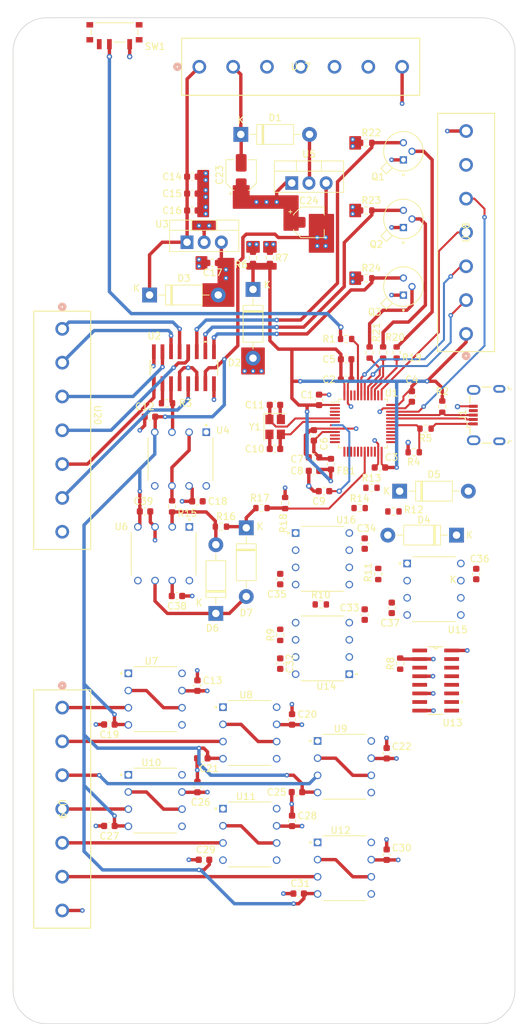
<source format=kicad_pcb>
(kicad_pcb (version 20221018) (generator pcbnew)
  (layers (0 "F.Cu" signal) (1 "In1.Cu" power "GND") (2 "In2.Cu" power "PWR_P") (31 "B.Cu" mixed) (34 "B.Paste" user) (35 "F.Paste" user) (36 "B.SilkS" user "B.Silkscreen") (37 "F.SilkS" user "F.Silkscreen") (38 "B.Mask" user) (39 "F.Mask" user) (44 "Edge.Cuts" user))
  (net 0 "")
  (net 1 "+3V3")
  (net 2 "GND")
  (net 3 "+3.3VA")
  (net 4 "/NRST")
  (net 5 "/HSE_OUT")
  (net 6 "/HSE_IN")
  (net 7 "-12V")
  (net 8 "+12V")
  (net 9 "+15V")
  (net 10 "-15V")
  (net 11 "Net-(D1-A)")
  (net 12 "Net-(D4-K)")
  (net 13 "Net-(D4-A)")
  (net 14 "/CurrRect")
  (net 15 "Net-(D6-K)")
  (net 16 "Net-(D6-A)")
  (net 17 "Net-(D7-K)")
  (net 18 "Net-(J1-VBUS)")
  (net 19 "/USB_D-")
  (net 20 "/USB_D+")
  (net 23 "/VoltSensor_1")
  (net 24 "/VoltSensor_2")
  (net 25 "/VoltSensor_3")
  (net 26 "/VoltSensor_4")
  (net 27 "/VoltSensor_5")
  (net 28 "/VoltSensor_6")
  (net 29 "/CurrSensor_0")
  (net 30 "/CurrSensor_1")
  (net 31 "/CurrSensor_2")
  (net 32 "/CurrSensor_3")
  (net 33 "/CurrSensor_4")
  (net 34 "/CurrSensor_5")
  (net 35 "/UART_TX")
  (net 36 "/UART_RX")
  (net 37 "/SWDIO")
  (net 38 "/SWCLK")
  (net 39 "/MUX_A")
  (net 40 "Net-(Q1-Pad2)")
  (net 41 "/MUX_B")
  (net 42 "Net-(Q2-Pad2)")
  (net 43 "/MUX_C")
  (net 44 "Net-(Q3-Pad2)")
  (net 45 "/SW_BOOT0")
  (net 46 "/BOOT0")
  (net 47 "Net-(U2-X)")
  (net 48 "/VBUS_SENSE")
  (net 49 "/CurrMuxOp")
  (net 50 "/CurrPreAmp")
  (net 51 "Net-(U16--IN)")
  (net 52 "/CurrAmp")
  (net 53 "/ADC1_IN6")
  (net 54 "/Volt_Amp")
  (net 55 "/ADC2_IN9")
  (net 56 "/GPIO_A")
  (net 57 "/GPIO_B")
  (net 58 "/GPIO_C")
  (net 85 "/CurrMux_0")
  (net 88 "/CurrMux_1")
  (net 91 "/CurrMux_2")
  (net 94 "/CurrMux_3")
  (net 97 "/CurrMux_4")
  (net 100 "/CurrMux_5")
  (footprint "MountingHole:MountingHole_2.2mm_M2" (layer "F.Cu") (at 89 162.75)
    (fp_text reference "H2")
    (fp_text value "MountingHole_Pad")
  )
  (footprint "Resistor_SMD:R_0603_1608Metric" (layer "F.Cu") (at 59.275 110.25 90)
    (fp_text reference "R9")
    (fp_text value "1k")
  )
  (footprint "Capacitor_SMD:C_0603_1608Metric" (layer "F.Cu") (at 61.025 137.75 90)
    (fp_text reference "C28")
    (fp_text value "100n")
  )
  (footprint "Resistor_SMD:R_0603_1608Metric" (layer "F.Cu") (at 65.275 105.75)
    (fp_text reference "R10")
    (fp_text value "157k")
  )
  (footprint "Capacitor_SMD:C_0603_1608Metric" (layer "F.Cu") (at 47.025 90.5)
    (fp_text reference "C18")
    (fp_text value "100n")
  )
  (footprint "Capacitor_SMD:C_0603_1608Metric" (layer "F.Cu") (at 64.25 80.75 90)
    (fp_text reference "C6")
    (fp_text value "10n")
  )
  (footprint "Package_TO_SOT_THT:TO-220-3_Vertical" (layer "F.Cu") (at 60.985 43.445)
    (fp_text reference "U5")
    (fp_text value "L7912")
  )
  (footprint "Capacitor_SMD:CP_Elec_4x5.4" (layer "F.Cu") (at 53.5 42.25 90)
    (fp_text reference "C23")
    (fp_text value "10u")
  )
  (footprint "footprints:282836-7_TYC" (layer "F.Cu") (at 27.025 121 -90)
    (fp_text reference "U19")
    (fp_text value "282836-7")
  )
  (footprint "OPA277P:DIP794W45P254L959H508Q8" (layer "F.Cu") (at 44.525 84.25 -90)
    (fp_text reference "U4")
    (fp_text value "OPA277P")
  )
  (footprint "CD4051BM96:D16" (layer "F.Cu") (at 45.025 70.75 90)
    (fp_text reference "U2")
    (fp_text value "CD4051B")
  )
  (footprint "OPA277P:DIP794W45P254L959H508Q8" (layer "F.Cu") (at 68.775 129.75)
    (fp_text reference "U9")
    (fp_text value "OPA277P")
  )
  (footprint "Capacitor_SMD:CP_Elec_4x5.4" (layer "F.Cu") (at 63.525 49.25)
    (fp_text reference "C24")
    (fp_text value "10u")
  )
  (footprint "Capacitor_SMD:C_0603_1608Metric" (layer "F.Cu") (at 75.025 127.75 90)
    (fp_text reference "C22")
    (fp_text value "100n")
  )
  (footprint "OPA277P:DIP794W45P254L959H508Q8" (layer "F.Cu") (at 54.775 124.75)
    (fp_text reference "U8")
    (fp_text value "OPA277P")
  )
  (footprint "Capacitor_SMD:C_0603_1608Metric" (layer "F.Cu") (at 58.5 76.25)
    (fp_text reference "C11")
    (fp_text value "10p")
  )
  (footprint "Resistor_SMD:R_0603_1608Metric" (layer "F.Cu") (at 72.5 68.5 90)
    (fp_text reference "R21")
    (fp_text value "1k")
  )
  (footprint "Resistor_SMD:R_0603_1608Metric" (layer "F.Cu") (at 72 37.5 180)
    (fp_text reference "R22")
    (fp_text value "2k")
  )
  (footprint "Capacitor_SMD:C_0603_1608Metric" (layer "F.Cu") (at 47.025 132.75 90)
    (fp_text reference "C26")
    (fp_text value "100n")
  )
  (footprint "Resistor_SMD:R_0603_1608Metric" (layer "F.Cu") (at 72 47.5 180)
    (fp_text reference "R23")
    (fp_text value "2k")
  )
  (footprint "Capacitor_SMD:C_0603_1608Metric" (layer "F.Cu") (at 46.275 42.5)
    (fp_text reference "C14")
    (fp_text value "100n")
  )
  (footprint "Capacitor_SMD:C_0603_1608Metric" (layer "F.Cu") (at 74.025 85.5 180)
    (fp_text reference "C3")
    (fp_text value "100n")
  )
  (footprint "Resistor_SMD:R_0603_1608Metric" (layer "F.Cu") (at 43.275 91.25 -90)
    (fp_text reference "R15")
    (fp_text value "1k")
  )
  (footprint "Button_Switch_SMD:SW_SPDT_PCM12" (layer "F.Cu") (at 34.75 21.475 180)
    (fp_text reference "SW1")
    (fp_text value "SW_SPDT")
  )
  (footprint "OPA277P:DIP794W45P254L959H508Q8" (layer "F.Cu") (at 40.775 119.75)
    (fp_text reference "U7")
    (fp_text value "OPA277P")
  )
  (footprint "Capacitor_SMD:C_0603_1608Metric" (layer "F.Cu") (at 71.775 96.75 90)
    (fp_text reference "C34")
    (fp_text value "100n")
  )
  (footprint "OPA277P:DIP794W45P254L959H508Q8" (layer "F.Cu") (at 65.525 99)
    (fp_text reference "U16")
    (fp_text value "OPA277P")
  )
  (footprint "Package_TO_SOT_THT:TO-220-3_Vertical" (layer "F.Cu") (at 45.485 52.195)
    (fp_text reference "U3")
    (fp_text value "LM7812_TO220")
  )
  (footprint "Diode_THT:D_DO-41_SOD81_P10.16mm_Horizontal" (layer "F.Cu") (at 53.445 36.25)
    (fp_text reference "D1")
    (fp_text value "1N4007")
  )
  (footprint "OPA277P:DIP794W45P254L959H508Q8" (layer "F.Cu") (at 54.775 139.75)
    (fp_text reference "U11")
    (fp_text value "OPA277P")
  )
  (footprint "2N2222:TO127P584H533-3" (layer "F.Cu") (at 77.5 38.75 90)
    (fp_text reference "Q1")
    (fp_text value "2N2222")
  )
  (footprint "Diode_THT:D_DO-41_SOD81_P10.16mm_Horizontal" (layer "F.Cu") (at 76.945 89)
    (fp_text reference "D5")
    (fp_text value "1N4007")
  )
  (footprint "Resistor_SMD:R_0603_1608Metric" (layer "F.Cu") (at 42.525 76 180)
    (fp_text reference "R3")
    (fp_text value "100k")
  )
  (footprint "Resistor_SMD:R_0603_1608Metric" (layer "F.Cu") (at 76.5 68.5 90)
    (fp_text reference "R19")
    (fp_text value "1k")
  )
  (footprint "OPA277P:DIP794W45P254L959H508Q8" (layer "F.Cu") (at 40.775 134.75)
    (fp_text reference "U10")
    (fp_text value "OPA277P")
  )
  (footprint "Resistor_SMD:R_0603_1608Metric" (layer "F.Cu") (at 56.5 91.5)
    (fp_text reference "R17")
    (fp_text value "270k")
  )
  (footprint "Crystal:Crystal_SMD_3225-4Pin_3.2x2.5mm" (layer "F.Cu") (at 58.525 79.5 -90)
    (fp_text reference "Y1")
    (fp_text value "16MHz")
  )
  (footprint "Resistor_SMD:R_0603_1608Metric" (layer "F.Cu") (at 55.25 54.5 -90)
    (fp_text reference "R6")
    (fp_text value "27k")
  )
  (footprint "footprints:282836-7_TYC" (layer "F.Cu") (at 47.308399 26.25)
    (fp_text reference "U17")
    (fp_text value "282836-7")
  )
  (footprint "2N2222:TO127P584H533-3" (layer "F.Cu") (at 77.5 58.75 90)
    (fp_text reference "Q3")
    (fp_text value "2N2222")
  )
  (footprint "Resistor_SMD:R_0603_1608Metric" (layer "F.Cu") (at 74.5 68.5 90)
    (fp_text reference "R20")
    (fp_text value "1k")
  )
  (footprint "Capacitor_SMD:C_0603_1608Metric" (layer "F.Cu") (at 59.275 114.5 -90)
    (fp_text reference "C32")
    (fp_text value "100n")
  )
  (footprint "Capacitor_SMD:C_0603_1608Metric" (layer "F.Cu") (at 88.275 101.25 90)
    (fp_text reference "C36")
    (fp_text value "100n")
  )
  (footprint "Capacitor_SMD:C_0603_1608Metric" (layer "F.Cu") (at 65.025 75.5 90)
    (fp_text reference "C1")
    (fp_text value "100n")
  )
  (footprint "OPA277P:DIP794W45P254L959H508Q8" (layer "F.Cu") (at 68.775 144.75)
    (fp_text reference "U12")
    (fp_text value "OPA277P")
  )
  (footprint "Capacitor_SMD:C_0603_1608Metric" (layer "F.Cu") (at 75.025 142.75 90)
    (fp_text reference "C30")
    (fp_text value "100n")
  )
  (footprint "Capacitor_SMD:C_0603_1608Metric" (layer "F.Cu") (at 34 123.5)
    (fp_text reference "C19")
    (fp_text value "100n")
  )
  (footprint "Resistor_SMD:R_0603_1608Metric" (layer "F.Cu") (at 72 57.512314 180)
    (fp_text reference "R24")
    (fp_text value "2k")
  )
  (footprint "Capacitor_SMD:C_0603_1608Metric" (layer "F.Cu") (at 39.275 92 180)
    (fp_text reference "C39")
    (fp_text value "100n")
  )
  (footprint "Capacitor_SMD:C_0603_1608Metric" (layer "F.Cu") (at 59.275 102 -90)
    (fp_text reference "C35")
    (fp_text value "100n")
  )
  (footprint "OPA277P:DIP794W45P254L959H508Q8" (layer "F.Cu") (at 65.525 112.25 180)
    (fp_text reference "U14")
    (fp_text value "OPA277P")
  )
  (footprint "Capacitor_SMD:C_0603_1608Metric" (layer "F.Cu") (at 78.75 75 -90)
    (fp_text reference "C4")
    (fp_text value "100n")
  )
  (footprint "Capacitor_SMD:C_0603_1608Metric" (layer "F.Cu") (at 46.275 47.5)
    (fp_text reference "C16")
    (fp_text value "100n")
  )
  (footprint "Resistor_SMD:R_0603_1608Metric" (layer "F.Cu") (at 69.025 66.5)
    (fp_text reference "R1")
    (fp_text value "10k")
  )
  (footprint "Capacitor_SMD:C_0603_1608Metric" (layer "F.Cu") (at 47.025 117.75 90)
    (fp_text reference "C13")
    (fp_text value "100n")
  )
  (footprint "CD4051BM96:D16" (layer "F.Cu") (at 82.275 117)
    (fp_text reference "U13")
    (fp_text value "CD4051B")
  )
  (footprint "Resistor_SMD:R_0603_1608Metric" (layer "F.Cu") (at 80.775 79.75 180)
    (fp_text reference "R5")
    (fp_text value "1k5")
  )
  (footprint "Capacitor_SMD:C_0603_1608Metric" (layer "F.Cu") (at 49.275 55.25 180)
    (fp_text reference "C17")
    (fp_text value "100n")
  )
  (footprint "Capacitor_SMD:C_0603_1608Metric" (layer "F.Cu") (at 47.75 128.5)
    (fp_text reference "C21")
    (fp_text value "100n")
  )
  (footprint "OPA277P:DIP794W45P254L959H508Q8" (layer "F.Cu") (at 42.025 98.25 -90)
    (fp_text reference "U6")
    (fp_text value "OPA277P")
  )
  (footprint "Resistor_SMD:R_0603_1608Metric" (layer "F.Cu") (at 57.75 54.5 90)
    (fp_text reference "R7")
    (fp_text value "10k")
  )
  (footprint "Diode_THT:D_DO-41_SOD81_P10.16mm_Horizontal" (layer "F.Cu") (at 39.945 60)
    (fp_text reference "D3")
    (fp_text value "1N4007")
  )
  (footprint "Capacitor_SMD:C_0603_1608Metric" (layer "F.Cu") (at 40 78)
    (fp_text reference "C12")
    (fp_text value "100n")
  )
  (footprint "MountingHole:MountingHole_2.2mm_M2" (layer "F.Cu") (at 24.75 162.75)
    (fp_text reference "H2")
    (fp_text value "MountingHole_Pad")
  )
  (footprint "OPA277P:DIP794W45P254L959H508Q8" (layer "F.Cu") (at 82.025 103.5)
    (fp_text reference "U15")
    (fp_text value "OPA277P")
  )
  (footprint "Connector_USB:USB_Micro-B_Wuerth_629105150521" (layer "F.Cu") (at 89.745 77.75 90)
    (fp_text reference "J1")
    (fp_text value "USB_B_Micro")
  )
  (footprint "Inductor_SMD:L_0603_1608Metric" (layer "F.Cu") (at 66.775 85 -90)
    (fp_text reference "FB1")
    (fp_text value "120R")
  )
  (footprint "Resistor_SMD:R_0603_1608Metric" (layer "F.Cu") (at 50.5 94.25)
    (fp_text reference "R16")
    (fp_text value "1k")
  )
  (footprint "Resistor_SMD:R_0603_1608Metric" (layer "F.Cu") (at 71.025 91.5)
    (fp_text reference "R14")
    (fp_text value "1k")
  )
  (footprint "Resistor_SMD:R_0603_1608Metric" (layer "F.Cu") (at 60 90.75 90)
    (fp_text reference "R18")
    (fp_text value "100k")
  )
  (footprint "MountingHole:MountingHole_2.2mm_M2" (layer "F.Cu") (at 24.75 24)
    (fp_text reference "H2")
    (fp_text value "MountingHole_Pad")
  )
  (footprint "Diode_THT:D_DO-41_SOD81_P10.16mm_Horizontal" (layer "F.Cu") (at 49.75 107.08 90)
    (fp_text reference "D6")
    (fp_text value "1N4007")
  )
  (footprint "footprints:282836-7_TYC" (layer "F.Cu") (at 86.775 65.750001 90)
    (fp_text reference "U18")
    (fp_text value "282836-7")
  )
  (footprint "Capacitor_SMD:C_0603_1608Metric" (layer "F.Cu") (at 58.5 82.75 180)
    (fp_text reference "C10")
    (fp_text value "10p")
  )
  (footprint "Capacitor_SMD:C_0603_1608Metric" (layer "F.Cu") (at 64.275 84 180)
    (fp_text reference "C7")
    (fp_text value "1u")
  )
  (footprint "Resistor_SMD:R_0603_1608Metric" (layer "F.Cu") (at 83.25 76.5 -90)
    (fp_text reference "R2")
    (fp_text value "1k5")
  )
  (footprint "Capacitor_SMD:C_0603_1608Metric" (layer "F.Cu") (at 69.025 69.5)
    (fp_text reference "C5")
    (fp_text value "10u")
  )
  (footprint "Resistor_SMD:R_0603_1608Metric" (layer "F.Cu") (at 72.775 88.5)
    (fp_text reference "R13")
    (fp_text value "2k")
  )
  (footprint "Capacitor_SMD:C_0603_1608Metric" (layer "F.Cu") (at 69.025 72.5)
    (fp_text reference "C2")
    (fp_text value "100n")
  )
  (footprint "Package_QFP:LQFP-48_7x7mm_P0.5mm" (layer "F.Cu") (at 71.525 79)
    (fp_text reference "U1")
    (fp_text value "STM32F103C8Tx")
  )
  (footprint "2N2222:TO127P584H533-3" (layer "F.Cu") (at 77.5 48.75 90)
    (fp_text reference "Q2")
    (fp_text value "2N2222")
  )
  (footprint "Diode_THT:D_DO-41_SOD81_P10.16mm_Horizontal" (layer "F.Cu") (at 85.355 95.5 180)
    (fp_text reference "D4")
    (fp_text value "1N4007")
  )
  (footprint "Capacitor_SMD:C_0603_1608Metric" (layer "F.Cu") (at 48 143.5)
    (fp_text reference "C29")
    (fp_text value "100n")
  )
  (footprint "Capacitor_SMD:C_0603_1608Metric" (layer "F.Cu") (at 71.775 107.25 -90)
    (fp_text reference "C33")
    (fp_text value "100n")
  )
  (footprint "Capacitor_SMD:C_0603_1608Metric" (layer "F.Cu") (at 61.025 122.75 90)
    (fp_text reference "C20")
    (fp_text value "100n")
  )
  (footprint "Capacitor_SMD:C_0603_1608Metric" (layer "F.Cu") (at 61.75 133.5)
    (fp_text reference "C25")
    (fp_text value "100n")
  )
  (footprint "Resistor_SMD:R_0603_1608Metric" (layer "F.Cu") (at 73.775 101.25 -90)
    (fp_text reference "R11")
    (fp_text value "1k")
  )
  (footprint "Resistor_SMD:R_0603_1608Metric" (layer "F.Cu") (at 76.025 92)
    (fp_text reference "R12")
    (fp_text value "1k")
  )
  (footprint "Capacitor_SMD:C_0603_1608Metric" (layer "F.Cu") (at 65.75 89 180)
    (fp_text reference "C9")
    (fp_text value "100n")
  )
  (footprint "Resistor_SMD:R_0603_1608Metric" (layer "F.Cu") (at 79.025 83.25 180)
    (fp_text reference "R4")
    (fp_text value "1k5")
  )
  (footprint "footprints:282836-7_TYC" (layer "F.Cu") (at 27.025 65 -90)
    (fp_text reference "U20")
    (fp_text value "282836-7")
  )
  (footprint "Capacitor_SMD:C_0603_1608Metric" (layer "F.Cu") (at 62 148.5)
    (fp_text reference "C31")
    (fp_text value "100n")
  )
  (footprint "Capacitor_SMD:C_0603_1608Metric" (layer "F.Cu") (at 64.275 86 180)
    (fp_text reference "C8")
    (fp_text value "1u")
  )
  (footprint "Capacitor_SMD:C_0603_1608Metric" (layer "F.Cu") (at 46.275 45)
    (fp_text reference "C15")
    (fp_text value "100n")
  )
  (footprint "Capacitor_SMD:C_0603_1608Metric" (layer "F.Cu") (at 34 138.5)
    (fp_text reference "C27")
    (fp_text value "100n")
  )
  (footprint "MountingHole:MountingHole_2.2mm_M2" (layer "F.Cu") (at 89 24)
    (fp_text reference "H2")
    (fp_text value "MountingHole_Pad")
  )
  (footprint "Diode_THT:D_DO-41_SOD81_P10.16mm_Horizontal" (layer "F.Cu") (at 54.25 94.42 -90)
    (fp_text reference "D7")
    (fp_text value "1N4007")
  )
  (footprint "Capacitor_SMD:C_0603_1608Metric" (layer "F.Cu") (at 75.775 106.25 -90)
    (fp_text reference "C37")
    (fp_text value "100n")
  )
  (footprint "Diode_THT:D_DO-41_SOD81_P10.16mm_Horizontal" (layer "F.Cu") (at 55.25 59.17 -90)
    (fp_text reference "D2")
    (fp_text value "1N4728A")
  )
  (footprint "Resistor_SMD:R_0603_1608Metric" (layer "F.Cu") (at 77.025 114.5 90)
    (fp_text reference "R8")
    (fp_text value "100k")
  )
  (footprint "Capacitor_SMD:C_0603_1608Metric" (layer "F.Cu") (at 44 104.5)
    (fp_text reference "C38")
    (fp_text value "100n")
  )
  (gr_line (start 19.75 24) (end 19.75 162.75) (stroke (width 0.1)) (layer "Edge.Cuts"))
  (gr_arc (start 19.75 24) (mid 21.214466 20.464466) (end 24.75 19) (stroke (width 0.1)) (layer "Edge.Cuts"))
  (gr_line (start 24.75 167.75) (end 89 167.75) (stroke (width 0.1)) (layer "Edge.Cuts"))
  (gr_arc (start 24.75 167.75) (mid 21.214466 166.285534) (end 19.75 162.75) (stroke (width 0.1)) (layer "Edge.Cuts"))
  (gr_arc (start 89 19) (mid 92.535534 20.464466) (end 94 24) (stroke (width 0.1)) (layer "Edge.Cuts"))
  (gr_arc (start 94 162.75) (mid 92.535534 166.285534) (end 89 167.75) (stroke (width 0.1)) (layer "Edge.Cuts"))
  (gr_line (start 24.75 19) (end 89 19) (stroke (width 0.1)) (layer "Edge.Cuts"))
  (gr_line (start 94 24) (end 94 162.75) (stroke (width 0.1)) (layer "Edge.Cuts"))
  (gr_text "K" (at 87.275 95.5 360) (layer "F.SilkS") (effects (font (size 1 1))))
  (gr_text "K" (at 47.275 105.5 360) (layer "F.SilkS") (effects (font (size 1 1))))
  (gr_text "K" (at 56.275 94.25 360) (layer "F.SilkS") (effects (font (size 1 1))))
  (segment (start 81 72.75) (end 79.5 72.75) (width 0.5) (layer "F.Cu") (net 1))
  (segment (start 83.25 73.75) (end 83.25 75.675) (width 0.5) (layer "F.Cu") (net 1))
  (segment (start 76.75 76.25) (end 77.5 75.5) (width 0.3) (layer "F.Cu") (net 1))
  (segment (start 74.275 83.1625) (end 74.275 84.975) (width 0.3) (layer "F.Cu") (net 1))
  (segment (start 79.5 72.75) (end 78.75 73.5) (width 0.5) (layer "F.Cu") (net 1))
  (segment (start 66.75 85.8125) (end 66.775 85.7875) (width 0.5) (layer "F.Cu") (net 1))
  (segment (start 67.5 68) (end 68.25 68.75) (width 0.5) (layer "F.Cu") (net 1))
  (segment (start 65.2625 85.7875) (end 65.05 86) (width 0.5) (layer "F.Cu") (net 1))
  (segment (start 68.25 68.75) (end 68.25 69.5) (width 0.5) (layer "F.Cu") (net 1))
  (segment (start 55.25 55.325) (end 55.25 59.17) (width 0.5) (layer "F.Cu") (net 1))
  (segment (start 76.5 85.5) (end 74.8 85.5) (width 0.5) (layer "F.Cu") (net 1))
  (segment (start 68.775 73.025) (end 68.25 72.5) (width 0.3) (layer "F.Cu") (net 1))
  (segment (start 67.3625 76.25) (end 65.05 76.25) (width 0.3) (layer "F.Cu") (net 1))
  (segment (start 66.75 87.5) (end 66.75 85.8125) (width 0.5) (layer "F.Cu") (net 1))
  (segment (start 62.025 76.275) (end 63.25 76.275) (width 0.5) (layer "F.Cu") (net 1))
  (segment (start 68.25 72.5) (end 68.25 69.5) (width 0.5) (layer "F.Cu") (net 1))
  (segment (start 59 68) (end 61 68) (width 0.5) (layer "F.Cu") (net 1))
  (segment (start 77.5 75) (end 78.275 74.225) (width 0.3) (layer "F.Cu") (net 1))
  (segment (start 81 72.75) (end 86.775 66.975) (width 0.5) (layer "F.Cu") (net 1))
  (segment (start 74.275 84.975) (end 74.8 85.5) (width 0.3) (layer "F.Cu") (net 1))
  (segment (start 81 72.75) (end 82.25 72.75) (width 0.5) (layer "F.Cu") (net 1))
  (segment (start 61 68) (end 67.5 68) (width 0.5) (layer "F.Cu") (net 1))
  (segment (start 75.6875 76.25) (end 76.75 76.25) (width 0.3) (layer "F.Cu") (net 1))
  (segment (start 65.05 76.25) (end 65.025 76.275) (width 0.3) (layer "F.Cu") (net 1))
  (segment (start 63.25 76.275) (end 63.25 77.25) (width 0.5) (layer "F.Cu") (net 1))
  (segment (start 68.775 74.8375) (end 68.775 73.025) (width 0.3) (layer "F.Cu") (net 1))
  (segment (start 78.75 73.5) (end 78.75 74.225) (width 0.5) (layer "F.Cu") (net 1))
  (segment (start 57.75 55.325) (end 57.75 66.75) (width 0.5) (layer "F.Cu") (net 1))
  (segment (start 61 75.25) (end 62.025 76.275) (width 0.5) (layer "F.Cu") (net 1))
  (segment (start 57.75 66.75) (end 59 68) (width 0.5) (layer "F.Cu") (net 1))
  (segment (start 61 68) (end 61 72.75) (width 0.5) (layer "F.Cu") (net 1))
  (segment (start 63.25 76.275) (end 65.025 76.275) (width 0.5) (layer "F.Cu") (net 1))
  (segment (start 82.25 72.75) (end 83.25 73.75) (width 0.5) (layer "F.Cu") (net 1))
  (segment (start 77.5 75.5) (end 77.5 75) (width 0.3) (layer "F.Cu") (net 1))
  (segment (start 86.775 66.975) (end 86.775 65.750001) (width 0.5) (layer "F.Cu") (net 1))
  (segment (start 78.275 74.225) (end 78.75 74.225) (width 0.3) (layer "F.Cu") (net 1))
  (segment (start 61 72.75) (end 61 75.25) (width 0.5) (layer "F.Cu") (net 1))
  (segment (start 66.775 85.7875) (end 65.2625 85.7875) (width 0.5) (layer "F.Cu") (net 1))
  (segment (start 61 72.75) (end 62.25 72.75) (width 0.5) (layer "F.Cu") (net 1))
  (via (at 62.25 72.75) (size 0.7) (drill 0.3) (layers "F.Cu" "B.Cu") (net 1))
  (via (at 63.25 77.25) (size 0.7) (drill 0.3) (layers "F.Cu" "B.Cu") (net 1))
  (via (at 81 72.75) (size 0.7) (drill 0.3) (layers "F.Cu" "B.Cu") (net 1))
  (via (at 76.5 85.5) (size 0.7) (drill 0.3) (layers "F.Cu" "B.Cu") (net 1))
  (via (at 66.75 87.5) (size 0.7) (drill 0.3) (layers "F.Cu" "B.Cu") (net 1))
  (segment (start 63.25 84) (end 66.75 87.5) (width 0.5) (layer "B.Cu") (net 1))
  (segment (start 62.25 72.75) (end 76.5 72.75) (width 0.5) (layer "B.Cu") (net 1))
  (segment (start 76.5 72.75) (end 76.5 85.5) (width 0.5) (layer "B.Cu") (net 1))
  (segment (start 63.25 77.25) (end 63.25 84) (width 0.5) (layer "B.Cu") (net 1))
  (segment (start 76.5 72.75) (end 81 72.75) (width 0.5) (layer "B.Cu") (net 1))
  (segment (start 46.25 70.75) (end 46.93 71.43) (width 0.5) (layer "F.Cu") (net 2))
  (segment (start 57.725 80.65) (end 57.675 80.6) (width 0.5) (layer "F.Cu") (net 2))
  (segment (start 69.275 73.025) (end 69.275 74.8375) (width 0.3) (layer "F.Cu") (net 2))
  (segment (start 61.225 148.5) (end 59.75 148.5) (width 0.5) (layer "F.Cu") (net 2))
  (segment (start 63 83.5) (end 63.5 84) (width 0.5) (layer "F.Cu") (net 2))
  (segment (start 60 89.925) (end 60 88.5) (width 0.5) (layer "F.Cu") (net 2))
  (segment (start 58.75 44.75) (end 60.055 43.445) (width 0.5) (layer "F.Cu") (net 2))
  (segment (start 77.775 76.75) (end 78.75 75.775) (width 0.3) (layer "F.Cu") (net 2))
  (segment (start 75.025 140.525) (end 75 140.5) (width 0.5) (layer "F.Cu") (net 2))
  (segment (start 77.5 60.02) (end 75.77 60.02) (width 0.5) (layer "F.Cu") (net 2))
  (segment (start 47.225 143.5) (end 45.75 143.5) (width 0.5) (layer "F.Cu") (net 2))
  (segment (start 46.93 71.43) (end 46.93 73.1122) (width 0.5) (layer "F.Cu") (net 2))
  (segment (start 69.8 72.5) (end 69.275 73.025) (width 0.3) (layer "F.Cu") (net 2))
  (segment (start 77.3084 31.6916) (end 77.3084 26.25) (width 0.5) (layer "F.Cu") (net 2))
  (segment (start 64.975 89) (end 64.25 89) (width 0.5) (layer "F.Cu") (net 2))
  (segment (start 46.975 130.225) (end 47 130.25) (width 0.5) (layer "F.Cu") (net 2))
  (segment (start 48.75 49.75) (end 48.025 50.475) (width 0.5) (layer "F.Cu") (net 2))
  (segment (start 39.225 79.275) (end 38.5 80) (width 0.5) (layer "F.Cu") (net 2))
  (segment (start 75.77 50.02) (end 75.75 50) (width 0.5) (layer "F.Cu") (net 2))
  (segment (start 59.275 78.3) (end 59.375 78.4) (width 0.5) (layer "F.Cu") (net 2))
  (segment (start 41.85 73.1122) (end 41.85 75.85) (width 0.5) (layer "F.Cu") (net 2))
  (segment (start 45.025746 70.75) (end 44.39 71.385746) (width 0.5) (layer "F.Cu") (net 2))
  (segment (start 77.175 113.825) (end 77.025 113.675) (width 0.5) (layer "F.Cu") (net 2))
  (segment (start 69.75 76.5) (end 69.275 76.025) (width 0.3) (layer "F.Cu") (net 2))
  (segment (start 40.05 93.575) (end 40.755 94.28) (width 0.5) (layer "F.Cu") (net 2))
  (segment (start 75.77 60.02) (end 75.75 60) (width 0.5) (layer "F.Cu") (net 2))
  (segment (start 48.025 50.525) (end 47.25 49.75) (width 0.5) (layer "F.Cu") (net 2))
  (segment (start 81.945 121.445) (end 79.9128 121.445) (width 0.5) (layer "F.Cu") (net 2))
  (segment (start 63.775 79.975) (end 63 80.75) (width 0.5) (layer "F.Cu") (net 2))
  (segment (start 64.25 79.975) (end 63.775 79.975) (width 0.5) (layer "F.Cu") (net 2))
  (segment (start 60.055 43.445) (end 60.985 43.445) (width 0.5) (layer "F.Cu") (net 2))
  (segment (start 78.2 81.8) (end 78.2 83.25) (width 0.5) (layer "F.Cu") (net 2))
  (segment (start 75.025 125.525) (end 75 125.5) (width 0.5) (layer "F.Cu") (net 2))
  (segment (start 45.66 70.75) (end 45.025746 70.75) (width 0.5) (layer "F.Cu") (net 2))
  (segment (start 75.025 141.975) (end 75.025 140.525) (width 0.5) (layer "F.Cu") (net 2))
  (segment (start 61.025 121.975) (end 61.025 120.525) (width 0.5) (layer "F.Cu") (net 2))
  (segment (start 81.905 118.905) (end 79.9128 118.905) (width 0.5) (layer "F.Cu") (net 2))
  (segment (start 63 80.75) (end 63 83.5) (width 0.5) (layer "F.Cu") (net 2))
  (segment (start 79.9128 113.825) (end 77.175 113.825) (width 0.5) (layer "F.Cu") (net 2))
  (segment (start 49.47 75.47) (end 49.47 73.1122) (width 0.5) (layer "F.Cu") (net 2))
  (segment (start 65.025 74.725) (end 66.475 74.725) (width 0.3) (layer "F.Cu") (net 2))
  (segment (start 60.975 135.25) (end 61.025 135.3) (width 0.5) (layer "F.Cu") (net 2))
  (segment (start 40.755 96.245) (end 40.75 96.25) (width 0.5) (layer "F.Cu") (net 2))
  (segment (start 61.025 135.3) (end 61.025 136.975) (width 0.5) (layer "F.Cu") (net 2))
  (segment (start 57.725 82.75) (end 57.725 80.65) (width 0.5) (layer "F.Cu") (net 2))
  (segment (start 75.6875 76.75) (end 74.5 76.75) (width 0.3) (layer "F.Cu") (net 2))
  (segment (start 44.775 104.5) (end 46.25 104.5) (width 0.5) (layer "F.Cu") (net 2))
  (segment (start 69.275 76.025) (end 69.275 74.8375) (width 0.3) (layer "F.Cu") (net 2))
  (segment (start 47.025 115.525) (end 47 115.5) (width 0.5) (layer "F.Cu") (net 2))
  (segment (start 75.025 126.975) (end 75.025 125.525) (width 0.5) (layer "F.Cu") (net 2))
  (segment (start 58.75 46.25) (end 58.75 44.75) (width 0.5) (layer "F.Cu") (net 2))
  (segment (start 47.025 116.975) (end 47.025 115.525) (width 0.5) (layer "F.Cu") (net 2))
  (segment (start 63.5 86) (end 63.5 88.25) (width 0.5) (layer "F.Cu") (net 2))
  (segment (start 41.85 75.85) (end 41.7 76) (width 0.5) (layer "F.Cu") (net 2))
  (segment (start 27.025 151.000001) (end 30 151) (width 0.5) (layer "F.Cu") (net 2))
  (segment (start 40.05 92) (end 40.05 93.575) (width 0.5) (layer "F.Cu") (net 2))
  (segment (start 44.39 71.385746) (end 44.39 73.1122) (width 0.5) (layer "F.Cu") (net 2))
  (segment (start 77.5 50.02) (end 75.77 50.02) (width 0.5) (layer "F.Cu") (net 2))
  (segment (start 60.975 135.25) (end 60.975 133.5) (width 0.5) (layer "F.Cu") (net 2))
  (segment (start 66.475 74.725) (end 66.5 74.75) (width 0.3) (layer "F.Cu") (net 2))
  (segment (start 75.6875 76.75) (end 77.775 76.75) (width 0.3) (layer "F.Cu") (net 2))
  (segment (start 64.475 79.75) (end 64.25 79.975) (width 0.3) (layer "F.Cu") (net 2))
  (segment (start 73.25 81.5) (end 73.775 82.025) (width 0.3) (layer "F.Cu") (net 2))
  (segment (start 47.025 130.275) (end 47 130.25) (width 0.5) (layer "F.Cu") (net 2))
  (segment (start 37 22.905) (end 37 24.75) (width 0.5) (layer "F.Cu") (net 2))
  (segment (start 81.925 113.825) (end 79.9128 113.825) (width 0.5) (layer "F.Cu") (net 2))
  (segment (start 47.025 131.975) (end 47.025 130.275) (width 0.5) (layer "F.Cu") (net 2))
  (segment (start 87.845 76.45) (end 85.55 76.45) (width 0.3) (layer "F.Cu") (net 2))
  (segment (start 69.8 72.5) (end 69.8 69.5) (width 0.5) (layer "F.Cu") (net 2))
  (segment (start 61.025 120.525) (end 61 120.5) (width 0.5) (layer "F.Cu") (net 2))
  (segment (start 73.775 84.975) (end 73.25 85.5) (width 0.3) (layer "F.Cu") (net 2))
  (segment (start 48.025 52.195) (end 48.025 50.525) (width 0.5) (layer "F.Cu") (net 2))
  (segment (start 67.3625 79.75) (end 64.475 79.75) (width 0.3) (layer "F.Cu") (net 2))
  (segment (start 74.5 76.75) (end 74 77.25) (width 0.3) (layer "F.Cu") (net 2))
  (segment (start 73.775 82.025) (end 73.775 83.1625) (width 0.3) (layer "F.Cu") (net 2))
  (segment (start 40.755 94.28) (end 40.755 96.245) (width 0.5) (layer "F.Cu") (net 2))
  (segment (start 46.975 128.5) (end 46.975 130.225) (width 0.5) (layer "F.Cu") (net 2))
  (segment (start 67.3625 79.75) (end 70.5 79.75) (width 0.3) (layer "F.Cu") (net 2))
  (segment (start 73.775 83.1625) (end 73.775 84.975) (width 0.3) (layer "F.Cu") (net 2))
  (segment (start 81.865 116.365) (end 79.9128 116.365) (width 0.5) (layer "F.Cu") (net 2))
  (segment (start 33.225 123.5) (end 32 123.5) (width 0.5) (layer "F.Cu") (net 2))
  (segment (start 75.77 40.02) (end 75.75 40) (width 0.5) (layer "F.Cu") (net 2))
  (segment (start 39.225 78) (end 39.225 79.275) (width 0.5) (layer "F.Cu") (net 2))
  (segment (start 33.225 138.5) (end 32 138.5) (width 0.5) (layer "F.Cu") (net 2))
  (segment (start 64.25 89) (end 63.5 88.25) (width 0.5) (layer "F.Cu") (net 2))
  (segment (start 77.5 40.02) (end 75.77 40.02) (width 0.5) (layer "F.Cu") (net 2))
  (segment (start 48.025 50.475) (end 48.025 50.525) (width 0.5) (layer "F.Cu") (net 2))
  (segment (start 45.66 70.75) (end 46.25 70.75) (width 0.5) (layer "F.Cu") (net 2))
  (segment (start 86.775 35.75) (end 84 35.75) (width 0.5) (layer "F.Cu") (net 2))
  (segment (start 59.275 76.25) (end 59.275 78.3) (width 0.5) (layer "F.Cu") (net 2))
  (via (at 60.975 135.25) (size 0.7) (drill 0.3) (layers "F.Cu" "B.Cu") (net 2))
  (via (at 48.25 48) (size 0.7) (drill 0.3) (layers "F.Cu" "B.Cu") (net 2))
  (via (at 47.25 49.75) (size 0.7) (drill 0.3) (layers "F.Cu" "B.Cu") (net 2))
  (via (at 46.25 104.5) (size 0.7) (drill 0.3) (layers "F.Cu" "B.Cu") (net 2))
  (via (at 30 151) (size 0.7) (drill 0.3) (layers "F.Cu" "B.Cu") (net 2))
  (via (at 59.75 148.5) (size 0.7) (drill 0.3) (layers "F.Cu" "B.Cu") (net 2))
  (via (at 49.47 75.47) (size 0.7) (drill 0.3) (layers "F.Cu" "B.Cu") (net 2))
  (via (at 69.75 76.5) (size 0.7) (drill 0.3) (layers "F.Cu" "B.Cu") (net 2))
  (via (at 58.25 52.5) (size 0.7) (drill 0.3) (layers "F.Cu" "B.Cu") (net 2))
  (via (at 75 125.5) (size 0.7) (drill 0.3) (layers "F.Cu" "B.Cu") (net 2))
  (via (at 61 120.5) (size 0.7) (drill 0.3) (layers "F.Cu" "B.Cu") (net 2))
  (via (at 48.25 43) (size 0.7) (drill 0.3) (layers "F.Cu" "B.Cu") (net 2))
  (via (at 55.75 46.25) (size 0.7) (drill 0.3) (layers "F.Cu" "B.Cu") (net 2))
  (via (at 81.865 116.365) (size 0.7) (drill 0.3) (layers "F.Cu" "B.Cu") (net 2))
  (via (at 57.25 46.25) (size 0.7) (drill 0.3) (layers "F.Cu" "B.Cu") (net 2))
  (via (at 47 130.25) (size 0.7) (drill 0.3) (layers "F.Cu" "B.Cu") (net 2))
  (via (at 38.5 80) (size 0.7) (drill 0.3) (layers "F.Cu" "B.Cu") (net 2))
  (via (at 40.75 96.25) (size 0.7) (drill 0.3) (layers "F.Cu" "B.Cu") (net 2))
  (via (at 70.5 79.75) (size 0.7) (drill 0.3) (layers "F.Cu" "B.Cu") (net 2))
  (via (at 47 115.5) (size 0.7) (drill 0.3) (layers "F.Cu" "B.Cu") (net 2))
  (via (at 75.75 50) (size 0.7) (drill 0.3) (layers "F.Cu" "B.Cu") (net 2))
  (via (at 45.75 143.5) (size 0.7) (drill 0.3) (layers "F.Cu" "B.Cu") (net 2))
  (via (at 48.25 44.5) (size 0.7) (drill 0.3) (layers "F.Cu" "B.Cu") (net 2))
  (via (at 48.25 47) (size 0.7) (drill 0.3) (layers "F.Cu" "B.Cu") (net 2))
  (via (at 81.905 118.905) (size 0.7) (drill 0.3) (layers "F.Cu" "B.Cu") (net 2))
  (via (at 32 138.5) (size 0.7) (drill 0.3) (layers "F.Cu" "B.Cu") (net 2))
  (via (at 57.25 52.5) (size 0.7) (drill 0.3) (layers "F.Cu" "B.Cu") (net 2))
  (via (at 75 140.5) (size 0.7) (drill 0.3) (layers "F.Cu" "B.Cu") (net 2))
  (via (at 75.75 40) (size 0.7) (drill 0.3) (layers "F.Cu" "B.Cu") (net 2))
  (via (at 75.75 60) (size 0.7) (drill 0.3) (layers "F.Cu" "B.Cu") (net 2))
  (via (at 74 77.25) (size 0.7) (drill 0.3) (layers "F.Cu" "B.Cu") (net 2))
  (via (at 56.5 71.25) (size 0.7) (drill 0.3) (layers "F.Cu" "B.Cu") (net 2))
  (via (at 81.945 121.445) (size 0.7) (drill 0.3) (layers "F.Cu" "B.Cu") (net 2))
  (via (at 66.5 74.75) (size 0.7) (drill 0.3) (layers "F.Cu" "B.Cu") (net 2))
  (via (at 48.25 45.5) (size 0.7) (drill 0.3) (layers "F.Cu" "B.Cu") (net 2))
  (via (at 55.25 71.25) (size 0.7) (drill 0.3) (layers "F.Cu" "B.Cu") (net 2))
  (via (at 73.25 81.5) (size 0.7) (drill 0.3) (layers "F.Cu" "B.Cu") (net 2))
  (via (at 45.66 70.75) (size 0.7) (drill 0.3) (layers "F.Cu" "B.Cu") (net 2))
  (via (at 63.5 88.25) (size 0.8) (drill 0.4) (layers "F.Cu" "B.Cu") (net 2))
  (via (at 58.75 46.25) (size 0.7) (drill 0.3) (layers "F.Cu" "B.Cu") (net 2))
  (via (at 48.25 42) (size 0.7) (drill 0.3) (layers "F.Cu" "B.Cu") (net 2))
  (via (at 84 35.75) (size 0.7) (drill 0.3) (layers "F.Cu" "B.Cu") (net 2))
  (via (at 47.25 54.75) (size 0.7) (drill 0.3) (layers "F.Cu" "B.Cu") (net 2))
  (via (at 32 123.5) (size 0.7) (drill 0.3) (layers "F.Cu" "B.Cu") (net 2))
  (via (at 54 71.25) (size 0.7) (drill 0.3) (layers "F.Cu" "B.Cu") (net 2))
  (via (at 48.75 49.75) (size 0.7) (drill 0.3) (layers "F.Cu" "B.Cu") (net 2))
  (via (at 77.3084 31.6916) (size 0.7) (drill 0.3) (layers "F.Cu" "B.Cu") (net 2))
  (via (at 85.5 76.5) (size 0.8) (drill 0.4) (layers "F.Cu" "B.Cu") (net 2))
  (via (at 63.5 88.25) (size 0.8) (drill 0.4) (layers "F.Cu" "B.Cu") (net 2))
  (via (at 37 24.75) (size 0.8) (drill 0.4) (layers "F.Cu" "B.Cu") (net 2))
  (via (at 81.925 113.825) (size 0.7) (drill 0.3) (layers "F.Cu" "B.Cu") (net 2))
  (via (at 60 88.5) (size 0.7) (drill 0.3) (layers "F.Cu" "B.Cu") (net 2))
  (via (at 47.25 55.75) (size 0.7) (drill 0.3) (layers "F.Cu" "B.Cu") (net 2))
  (via (at 78.2 81.8) (size 0.8) (drill 0.4) (layers "F.Cu" "B.Cu") (net 2))
  (segment (start 65.525 80.25) (end 64.25 81.525) (width 0.3) (layer "F.Cu") (net 3))
  (segment (start 64.25 83.2) (end 65.05 84) (width 0.5) (layer "F.Cu") (net 3))
  (segment (start 64.25 81.525) (end 64.25 83.2) (width 0.5) (layer "F.Cu") (net 3))
  (segment (start 66.775 84.2125) (end 65.2625 84.2125) (width 0.5) (layer "F.Cu") (net 3))
  (segment (start 67.3625 80.25) (end 65.525 80.25) (width 0.3) (layer "F.Cu") (net 3))
  (segment (start 65.2625 84.2125) (end 65.05 84) (width 0.5) (layer "F.Cu") (net 3))
  (segment (start 66.525 89) (end 68 89) (width 0.3) (layer "F.Cu") (net 4))
  (via (at 68 89) (size 0.8) (drill 0.4) (layers "F.Cu" "B.Cu") (net 4))
  (segment (start 69.5 87.5) (end 69.5 80.25) (width 0.3) (layer "B.Cu") (net 4))
  (segment (start 68 89) (end 69.5 87.5) (width 0.3) (layer "B.Cu") (net 4))
  (segment (start 69.5 80.25) (end 68.5 79.25) (width 0.3) (layer "B.Cu") (net 4))
  (segment (start 67.5 79.25) (end 67 79.25) (width 0.3) (layer "B.Cu") (net 4))
  (segment (start 68.5 79.25) (end 67.5 79.25) (width 0.3) (layer "B.Cu") (net 4))
  (segment (start 59.275 82.75) (end 59.275 80.7) (width 0.5) (layer "F.Cu") (net 5))
  (segment (start 62.65 78.75) (end 60.8 80.6) (width 0.3) (layer "F.Cu") (net 5))
  (segment (start 67.3625 78.75) (end 62.65 78.75) (width 0.3) (layer "F.Cu") (net 5))
  (segment (start 59.275 80.7) (end 59.375 80.6) (width 0.5) (layer "F.Cu") (net 5))
  (segment (start 60.8 80.6) (end 59.375 80.6) (width 0.3) (layer "F.Cu") (net 5))
  (segment (start 57.725 78.35) (end 57.675 78.4) (width 0.5) (layer "F.Cu") (net 6))
  (segment (start 58.625 79.45) (end 57.675 78.5) (width 0.3) (layer "F.Cu") (net 6))
  (segment (start 57.725 76.25) (end 57.725 78.35) (width 0.5) (layer "F.Cu") (net 6))
  (segment (start 67.3625 78.25) (end 61.5 78.25) (width 0.3) (layer "F.Cu") (net 6))
  (segment (start 57.675 78.5) (end 57.675 78.4) (width 0.3) (layer "F.Cu") (net 6))
  (segment (start 60.3 79.45) (end 58.625 79.45) (width 0.3) (layer "F.Cu") (net 6))
  (segment (start 61.5 78.25) (end 60.3 79.45) (width 0.3) (layer "F.Cu") (net 6))
  (segment (start 48.525 128.5) (end 50.745 128.5) (width 0.5) (layer "F.Cu") (net 7))
  (segment (start 34.775 123.5) (end 36.745 123.5) (width 0.5) (layer "F.Cu") (net 7))
  (segment (start 61.25 150) (end 62 150) (width 0.5) (layer "F.Cu") (net 7))
  (segment (start 64.745 133.5) (end 64.805 133.56) (width 0.5) (layer "F.Cu") (net 7))
  (segment (start 40.775 78) (end 40.775 80.22) (width 0.5) (layer "F.Cu") (net 7))
  (segment (start 38.5 92) (end 38.5 93.995) (width 0.5) (layer "F.Cu") (net 7))
  (segment (start 36.745 123.5) (end 36.805 123.56) (width 0.5) (layer "F.Cu") (net 7))
  (segment (start 34.75 123.475) (end 34.775 123.5) (width 0.5) (layer "F.Cu") (net 7))
  (segment (start 53 67.5) (end 53 55.25) (width 0.5) (layer "F.Cu") (net 7))
  (segment (start 48.75 70.75) (end 48.2 71.3) (width 0.5) (layer "F.Cu") (net 7))
  (segment (start 48.2 71.3) (end 48.2 73.1122) (width 0.5) (layer "F.Cu") (net 7))
  (segment (start 66.065 43.445) (end 66.065 48.51) (width 0.5) (layer "F.Cu") (net 7))
  (segment (start 40.775 80.22) (end 40.715 80.28) (width 0.5) (layer "F.Cu") (net 7))
  (segment (start 48 145) (end 48.775 144.225) (width 0.5) (layer "F.Cu") (net 7))
  (segment (start 38.5 89) (end 38.5 92) (width 0.5) (layer "F.Cu") (net 7))
  (segment (start 64.745 148.5) (end 64.805 148.56) (width 0.5) (layer "F.Cu") (net 7))
  (segment (start 62.525 133.5) (end 64.745 133.5) (width 0.5) (layer "F.Cu") (net 7))
  (segment (start 60.25 131) (end 61.25 131) (width 0.5) (layer "F.Cu") (net 7))
  (segment (start 62.775 148.5) (end 64.745 148.5) (width 0.5) (layer "F.Cu") (net 7))
  (segment (start 50.745 128.5) (end 50.805 128.56) (width 0.5) (layer "F.Cu") (net 7))
  (segment (start 58.5 51) (end 59 51.5) (width 0.5) (layer "F.Cu") (net 7))
  (segment (start 62.525 132.275) (end 62.525 133.5) (width 0.5) (layer "F.Cu") (net 7))
  (segment (start 62 150) (end 62.775 149.225) (width 0.5) (layer "F.Cu") (net 7))
  (segment (start 42.25 78) (end 40.775 78) (width 0.5) (layer "F.Cu") (net 7))
  (segment (start 47.25 127) (end 47.975 127) (width 0.5) (layer "F.Cu") (net 7))
  (segment (start 47.975 127) (end 48.525 127.55) (width 0.5) (layer "F.Cu") (net 7))
  (segment (start 53 55.25) (end 53.75 54.5) (width 0.5) (layer "F.Cu") (net 7))
  (segment (start 38.5 93.995) (end 38.215 94.28) (width 0.5) (layer "F.Cu") (net 7))
  (segment (start 34.75 137) (end 34.75 138.475) (width 0.5) (layer "F.Cu") (net 7))
  (segment (start 36.745 138.5) (end 36.805 138.56) (width 0.5) (layer "F.Cu") (net 7))
  (segment (start 59 51.5) (end 64.75 51.5) (width 0.5) (layer "F.Cu") (net 7))
  (segment (start 47.25 145) (end 48 145) (width 0.5) (layer "F.Cu") (net 7))
  (segment (start 51 69.5) (end 49.75 70.75) (width 0.5) (layer "F.Cu") (net 7))
  (segment (start 53.75 51.5) (end 54.25 51) (width 0.5) (layer "F.Cu") (net 7))
  (segment (start 34.775 138.5) (end 36.745 138.5) (width 0.5) (layer "F.Cu") (net 7))
  (segment (start 34.75 138.475) (end 34.775 138.5) (width 0.5) (layer "F.Cu") (net 7))
  (segment (start 62.775 149.225) (end 62.775 148.5) (width 0.5) (layer "F.Cu") (net 7))
  (segment (start 66.065 48.51) (end 65.325 49.25) (width 0.5) (layer "F.Cu") (net 7))
  (segment (start 34.75 122) (end 34.75 123.475) (width 0.5) (layer "F.Cu") (net 7))
  (segment (start 54.25 51) (end 58.5 51) (width 0.5) (layer "F.Cu") (net 7))
  (segment (start 48.775 144.225) (end 48.775 143.5) (width 0.5) (layer "F.Cu") (net 7))
  (segment (start 49.75 70.75) (end 48.75 70.75) (width 0.5) (layer "F.Cu") (net 7))
  (segment (start 53.75 54.5) (end 53.75 51.5) (width 0.5) (layer "F.Cu") (net 7))
  (segment (start 48.525 127.55) (end 48.525 128.5) (width 0.5) (layer "F.Cu") (net 7))
  (segment (start 61.25 131) (end 62.525 132.275) (width 0.5) (layer "F.Cu") (net 7))
  (segment (start 51 69.5) (end 53 67.5) (width 0.5) (layer "F.Cu") (net 7))
  (via (at 66 52.75) (size 0.7) (drill 0.3) (layers "F.Cu" "B.Cu") (net 7))
  (via (at 66 51.5) (size 0.7) (drill 0.3) (layers "F.Cu" "B.Cu") (net 7))
  (via (at 38.5 89) (size 0.7) (drill 0.3) (layers "F.Cu" "B.Cu") (net 7))
  (via (at 61.25 150) (size 0.7) (drill 0.3) (layers "F.Cu" "B.Cu") (net 7))
  (via (at 51 69.5) (size 0.7) (drill 0.3) (layers "F.Cu" "B.Cu") (net 7))
  (via (at 64.75 51.5) (size 0.7) (drill 0.3) (layers "F.Cu" "B.Cu") (net 7))
  (via (at 47.25 145) (size 0.7) (drill 0.3) (layers "F.Cu" "B.Cu") (net 7))
  (via (at 34.75 122) (size 0.7) (drill 0.3) (layers "F.Cu" "B.Cu") (net 7))
  (via (at 64.75 52.75) (size 0.7) (drill 0.3) (layers "F.Cu" "B.Cu") (net 7))
  (via (at 47.25 127) (size 0.7) (drill 0.3) (layers "F.Cu" "B.Cu") (net 7))
  (via (at 34.75 137) (size 0.7) (drill 0.3) (layers "F.Cu" "B.Cu") (net 7))
  (via (at 42.25 78) (size 0.7) (drill 0.3) (layers "F.Cu" "B.Cu") (net 7))
  (via (at 60.25 131) (size 0.7) (drill 0.3) (layers "F.Cu" "B.Cu") (net 7))
  (segment (start 51 69.5) (end 51 76.25) (width 0.5) (layer "B.Cu") (net 7))
  (segment (start 51 76.25) (end 49.25 78) (width 0.5) (layer "B.Cu") (net 7))
  (segment (start 38.5 85.75) (end 30.25 94) (width 0.5) (layer "B.Cu") (net 7))
  (segment (start 30.25 94) (end 30.25 117.5) (width 0.5) (layer "B.Cu") (net 7))
  (segment (start 33 145) (end 30.25 142.25) (width 0.5) (layer "B.Cu") (net 7))
  (segment (start 30.25 117.5) (end 34.75 122) (width 0.5) (layer "B.Cu") (net 7))
  (segment (start 30.25 117.5) (end 30.25 125) (width 0.5) (layer "B.Cu") (net 7))
  (segment (start 47.25 145) (end 33 145) (width 0.5) (layer "B.Cu") (net 7))
  (segment (start 38.5 85.75) (end 38.5 89) (width 0.5) (layer "B.Cu") (net 7))
  (segment (start 49.25 78) (end 42.25 78) (width 0.5) (layer "B.Cu") (net 7))
  (segment (start 30.25 125) (end 32.25 127) (width 0.5) (layer "B.Cu") (net 7))
  (segment (start 30.25 142.25) (end 30.25 132.5) (width 0.5) (layer "B.Cu") (net 7))
  (segment (start 40.715 83.535) (end 38.5 85.75) (width 0.5) (layer "B.Cu") (net 7))
  (segment (start 47.25 129.25) (end 47.25 127) (width 0.5) (layer "B.Cu") (net 7))
  (segment (start 52.5 150) (end 61.25 150) (width 0.5) (layer "B.Cu") (net 7))
  (segment (start 47.25 145) (end 47.5 145) (width 0.5) (layer "B.Cu") (net 7))
  (segment (start 49 131) (end 47.25 129.25) (width 0.5) (layer "B.Cu") (net 7))
  (segment (start 40.715 80.28) (end 40.715 83.535) (width 0.5) (layer "B.Cu") (net 7))
  (segment (start 47.5 145) (end 52.5 150) (width 0.5) (layer "B.Cu") (net 7))
  (segment (start 30.25 125) (end 30.25 132.5) (width 0.5) (layer "B.Cu") (net 7))
  (segment (start 30.25 132.5) (end 34.75 137) (width 0.5) (layer "B.Cu") (net 7))
  (segment (start 32.25 127) (end 47.25 127) (width 0.5) (layer "B.Cu") (net 7))
  (segment (start 60.25 131) (end 49 131) (width 0.5) (layer "B.Cu") (net 7))
  (segment (start 72.79 143.525) (end 72.745 143.48) (width 0.5) (layer "F.Cu") (net 8))
  (segment (start 48.475 133.525) (end 48.5 133.5) (width 0.5) (layer "F.Cu") (net 8))
  (segment (start 62.475 123.525) (end 61.025 123.525) (width 0.5) (layer "F.Cu") (net 8))
  (segment (start 75.025 143.525) (end 72.79 143.525) (width 0.5) (layer "F.Cu") (net 8))
  (segment (start 61.025 123.525) (end 58.79 123.525) (width 0.5) (layer "F.Cu") (net 8))
  (segment (start 75.025 128.525) (end 72.79 128.525) (width 0.5) (layer "F.Cu") (net 8))
  (segment (start 48.475 118.525) (end 47.025 118.525) (width 0.5) (layer "F.Cu") (net 8))
  (segment (start 61.025 138.525) (end 58.79 138.525) (width 0.5) (layer "F.Cu") (net 8))
  (segment (start 72.79 128.525) (end 72.745 128.48) (width 0.5) (layer "F.Cu") (net 8))
  (segment (start 44.79 118.525) (end 44.745 118.48) (width 0.5) (layer "F.Cu") (net 8))
  (segment (start 50.565 54.735) (end 50.05 55.25) (width 0.5) (layer "F.Cu") (net 8))
  (segment (start 44.79 133.525) (end 44.745 133.48) (width 0.5) (layer "F.Cu") (net 8))
  (segment (start 46.25 88.675) (end 45.795 88.22) (width 0.5) (layer "F.Cu") (net 8))
  (segment (start 58.79 123.525) (end 58.745 123.48) (width 0.5) (layer "F.Cu") (net 8))
  (segment (start 58.79 138.525) (end 58.745 138.48) (width 0.5) (layer "F.Cu") (net 8))
  (segment (start 40.58 68.3878) (end 40.58 70.42) (width 0.5) (layer "F.Cu") (net 8))
  (segment (start 76.475 128.525) (end 75.025 128.525) (width 0.5) (layer "F.Cu") (net 8))
  (segment (start 50.565 52.195) (end 50.565 54.735) (width 0.5) (layer "F.Cu") (net 8))
  (segment (start 46.25 90.5) (end 46.25 88.675) (width 0.5) (layer "F.Cu") (net 8))
  (segment (start 76.725 143.525) (end 75.025 143.525) (width 0.5) (layer "F.Cu") (net 8))
  (segment (start 43.295 102.22) (end 43.295 104.43) (width 0.5) (layer "F.Cu") (net 8))
  (segment (start 86.945 112.555) (end 84.6372 112.555) (width 0.5) (layer "F.Cu") (net 8))
  (segment (start 62.5 138.525) (end 61.025 138.525) (width 0.5) (layer "F.Cu") (net 8))
  (segment (start 43.295 104.43) (end 43.225 104.5) (width 0.5) (layer "F.Cu") (net 8))
  (segment (start 40.58 70.42) (end 40.5 70.5) (width 0.5) (layer "F.Cu") (net 8))
  (segment (start 46.25 90.5) (end 44.75 90.5) (width 0.5) (layer "F.Cu") (net 8))
  (segment (start 47.025 133.525) (end 44.79 133.525) (width 0.5) (layer "F.Cu") (net 8))
  (segment (start 47.025 133.525) (end 48.475 133.525) (width 0.5) (layer "F.Cu") (net 8))
  (segment (start 47.025 118.525) (end 44.79 118.525) (width 0.5) (layer "F.Cu") (net 8))
  (via (at 70 47) (size 0.7) (drill 0.3) (layers "F.Cu" "B.Cu") (net 8))
  (via (at 62.5 138.525) (size 0.7) (drill 0.3) (layers "F.Cu" "B.Cu") (net 8))
  (via (at 51.25 57.5) (size 0.7) (drill 0.3) (layers "F.Cu" "B.Cu") (net 8))
  (via (at 54.75 52.5) (size 0.7) (drill 0.3) (layers "F.Cu" "B.Cu") (net 8))
  (via (at 70 38) (size 0.7) (drill 0.3) (layers "F.Cu" "B.Cu") (net 8))
  (via (at 48.5 133.5) (size 0.7) (drill 0.3) (layers "F.Cu" "B.Cu") (net 8))
  (via (at 44.75 90.5) (size 0.7) (drill 0.3) (layers "F.Cu" "B.Cu") (net 8))
  (via (at 48.475 118.525) (size 0.7) (drill 0.3) (layers "F.Cu" "B.Cu") (net 8))
  (via (at 70 37) (size 0.7) (drill 0.3) (layers "F.Cu" "B.Cu") (net 8))
  (via (at 70 48) (size 0.7) (drill 0.3) (layers "F.Cu" "B.Cu") (net 8))
  (via (at 86.945 112.555) (size 0.7) (drill 0.3) (layers "F.Cu" "B.Cu") (net 8))
  (via (at 62.475 123.525) (size 0.7) (drill 0.3) (layers "F.Cu" "B.Cu") (net 8))
  (via (at 76.725 143.525) (size 0.7) (drill 0.3) (layers "F.Cu" "B.Cu") (net 8))
  (via (at 40.5 70.5) (size 0.7) (drill 0.3) (layers "F.Cu" "B.Cu") (net 8))
  (via (at 70 58.012314) (size 0.7) (drill 0.3) (layers "F.Cu" "B.Cu") (net 8))
  (via (at 51.25 56.25) (size 0.7) (drill 0.3) (layers "F.Cu" "B.Cu") (net 8))
  (via (at 55.75 52.5) (size 0.7) (drill 0.3) (layers "F.Cu" "B.Cu") (net 8))
  (via (at 76.475 128.525) (size 0.7) (drill 0.3) (layers "F.Cu" "B.Cu") (net 8))
  (via (at 70 57.012314) (size 0.7) (drill 0.3) (layers "F.Cu" "B.Cu") (net 8))
  (segment (start 45.5 47.5) (end 45.5 52.18) (width 0.5) (layer "F.Cu") (net 9))
  (segment (start 39.945 54.055) (end 39.945 60) (width 0.5) (layer "F.Cu") (net 9))
  (segment (start 45.5 52.18) (end 45.485 52.195) (width 0.5) (layer "F.Cu") (net 9))
  (segment (start 45.485 52.195) (end 41.805 52.195) (width 0.5) (layer "F.Cu") (net 9))
  (segment (start 45.5 45) (end 45.5 47.5) (width 0.5) (layer "F.Cu") (net 9))
  (segment (start 45.5 28.0584) (end 47.308399 26.25) (width 0.5) (layer "F.Cu") (net 9))
  (segment (start 45.5 42.5) (end 45.5 28.0584) (width 0.5) (layer "F.Cu") (net 9))
  (segment (start 45.5 42.5) (end 45.5 45) (width 0.5) (layer "F.Cu") (net 9))
  (segment (start 41.805 52.195) (end 39.945 54.055) (width 0.5) (layer "F.Cu") (net 9))
  (segment (start 53.5 40.45) (end 53.5 36.305) (width 0.5) (layer "F.Cu") (net 10))
  (segment (start 53.445 27.386601) (end 52.308399 26.25) (width 0.5) (layer "F.Cu") (net 10))
  (segment (start 53.445 36.25) (end 53.445 27.386601) (width 0.5) (layer "F.Cu") (net 10))
  (segment (start 53.5 36.305) (end 53.445 36.25) (width 0.5) (layer "F.Cu") (net 10))
  (segment (start 63.605 36.25) (end 63.605 43.365) (width 0.5) (layer "F.Cu") (net 11))
  (segment (start 63.605 43.365) (end 63.525 43.445) (width 0.5) (layer "F.Cu") (net 11))
  (segment (start 40.755 102.22) (end 40.755 103.459594) (width 0.5) (layer "F.Cu") (net 15))
  (segment (start 49.75 107.08) (end 51.75 107.08) (width 0.5) (layer "F.Cu") (net 15))
  (segment (start 42.58 107.08) (end 49.75 107.08) (width 0.5) (layer "F.Cu") (net 15))
  (segment (start 40.75 103.464594) (end 40.75 105.25) (width 0.5) (layer "F.Cu") (net 15))
  (segment (start 40.75 105.25) (end 42.58 107.08) (width 0.5) (layer "F.Cu") (net 15))
  (segment (start 51.75 107.08) (end 54.25 104.58) (width 0.5) (layer "F.Cu") (net 15))
  (segment (start 40.755 103.459594) (end 40.75 103.464594) (width 0.5) (layer "F.Cu") (net 15))
  (segment (start 49.75 96.92) (end 49.75 94.325) (width 0.5) (layer "F.Cu") (net 16))
  (segment (start 43.275 94.26) (end 43.295 94.28) (width 0.5) (layer "F.Cu") (net 16))
  (segment (start 48.325 92.075) (end 43.275 92.075) (width 0.5) (layer "F.Cu") (net 16))
  (segment (start 49.675 94.25) (end 49.675 93.425) (width 0.5) (layer "F.Cu") (net 16))
  (segment (start 43.275 92.075) (end 43.275 94.26) (width 0.5) (layer "F.Cu") (net 16))
  (segment (start 49.75 94.325) (end 49.675 94.25) (width 0.5) (layer "F.Cu") (net 16))
  (segment (start 49.675 93.425) (end 48.325 92.075) (width 0.5) (layer "F.Cu") (net 16))
  (segment (start 54.08 94.25) (end 54.25 94.42) (width 0.5) (layer "F.Cu") (net 17))
  (segment (start 54.25 94.42) (end 54.25 92.925) (width 0.5) (layer "F.Cu") (net 17))
  (segment (start 51.325 94.25) (end 54.08 94.25) (width 0.5) (layer "F.Cu") (net 17))
  (segment (start 54.25 92.925) (end 55.675 91.5) (width 0.5) (layer "F.Cu") (net 17))
  (segment (start 87.845 79.05) (end 82.3 79.05) (width 0.3) (layer "F.Cu") (net 18))
  (segment (start 82.3 79.05) (end 81.6 79.75) (width 0.3) (layer "F.Cu") (net 18))
  (segment (start 86.895 78.4) (end 87.845 78.4) (width 0.3) (layer "F.Cu") (net 19))
  (segment (start 75.6875 78.25) (end 86.745 78.25) (width 0.3) (layer "F.Cu") (net 19))
  (segment (start 86.745 78.25) (end 86.895 78.4) (width 0.3) (layer "F.Cu") (net 19))
  (segment (start 83.25 77.325) (end 83.175 77.25) (width 0.3) (layer "F.Cu") (net 20))
  (segment (start 83.675 77.75) (end 87.845 77.75) (width 0.3) (layer "F.Cu") (net 20))
  (segment (start 82.825 77.75) (end 83.25 77.325) (width 0.3) (layer "F.Cu") (net 20))
  (segment (start 83.25 77.325) (end 83.675 77.75) (width 0.3) (layer "F.Cu") (net 20))
  (segment (start 75.6875 77.75) (end 82.825 77.75) (width 0.3) (layer "F.Cu") (net 20))
  (segment (start 44.39 65) (end 44.39 68.3878) (width 0.5) (layer "F.Cu") (net 23))
  (via (at 44.39 65) (size 0.7) (drill 0.3) (layers "F.Cu" "B.Cu") (net 23))
  (segment (start 43.39 64) (end 28.025 64) (width 0.5) (layer "B.Cu") (net 23))
  (segment (start 44.39 65) (end 43.39 64) (width 0.5) (layer "B.Cu") (net 23))
  (segment (start 28.025 64) (end 27.025 65) (width 0.5) (layer "B.Cu") (net 23))
  (segment (start 43.12 66) (end 43.12 68.3878) (width 0.5) (layer "F.Cu") (net 24))
  (via (at 43.12 66) (size 0.7) (drill 0.3) (layers "F.Cu" "B.Cu") (net 24))
  (segment (start 31.75 65.25) (end 27.025 69.975) (width 0.5) (layer "B.Cu") (net 24))
  (segment (start 27.025 69.975) (end 27.025 70) (width 0.5) (layer "B.Cu") (net 24))
  (segment (start 42.75 65.25) (end 31.75 65.25) (width 0.5) (layer "B.Cu") (net 24))
  (segment (start 43.12 65.62) (end 42.75 65.25) (width 0.5) (layer "B.Cu") (net 24))
  (segment (start 43.12 66) (end 43.12 65.62) (width 0.5) (layer "B.Cu") (net 24))
  (segment (start 41.85 70.65) (end 41.85 68.3878) (width 0.5) (layer "F.Cu") (net 25))
  (via (at 41.85 70.65) (size 0.7) (drill 0.3) (layers "F.Cu" "B.Cu") (net 25))
  (segment (start 37.499999 75.000001) (end 27.025 75.000001) (width 0.5) (layer "B.Cu") (net 25))
  (segment (start 41.85 70.65) (end 37.499999 75.000001) (width 0.5) (layer "B.Cu") (net 25))
  (segment (start 43.5 70.75) (end 44.2 70.05) (width 0.5) (layer "F.Cu") (net 26))
  (segment (start 45.66 69.59) (end 45.66 68.3878) (width 0.5) (layer "F.Cu") (net 26))
  (segment (start 45.2 70.05) (end 45.66 69.59) (width 0.5) (layer "F.Cu") (net 26))
  (segment (start 44.2 70.05) (end 45.2 70.05) (width 0.5) (layer "F.Cu") (net 26))
  (via (at 43.5 70.75) (size 0.7) (drill 0.3) (layers "F.Cu" "B.Cu") (net 26))
  (segment (start 34.249999 80.000001) (end 27.025 80.000001) (width 0.5) (layer "B.Cu") (net 26))
  (segment (start 43.5 70.75) (end 34.249999 80.000001) (width 0.5) (layer "B.Cu") (net 26))
  (segment (start 40.58 75.17) (end 30.749999 85.000001) (width 0.5) (layer "F.Cu") (net 27))
  (segment (start 40.58 73.1122) (end 40.58 75.17) (width 0.5) (layer "F.Cu") (net 27))
  (segment (start 30.749999 85.000001) (end 27.025 85.000001) (width 0.5) (layer "F.Cu") (net 27))
  (segment (start 45.66 75.41) (end 45.66 73.1122) (width 0.5) (layer "F.Cu") (net 28))
  (via (at 45.66 75.41) (size 0.7) (drill 0.3) (layers "F.Cu" "B.Cu") (net 28))
  (segment (start 45.66 75.41) (end 44.07 77) (width 0.5) (layer "B.Cu") (net 28))
  (segment (start 27.025 89.975) (end 27.025 90.000001) (width 0.5) (layer "B.Cu") (net 28))
  (segment (start 40 77) (end 27.025 89.975) (width 0.5) (layer "B.Cu") (net 28))
  (segment (start 44.07 77) (end 40 77) (width 0.5) (layer "B.Cu") (net 28))
  (segment (start 27.025 121) (end 36.785 121) (width 0.5) (layer "F.Cu") (net 29))
  (segment (start 36.785 121) (end 36.805 121.02) (width 0.5) (layer "F.Cu") (net 29))
  (segment (start 50.785 126) (end 50.805 126.02) (width 0.5) (layer "F.Cu") (net 30))
  (segment (start 27.025 126) (end 50.785 126) (width 0.5) (layer "F.Cu") (net 30))
  (segment (start 27.025 131.000001) (end 32.5 131) (width 0.5) (layer "F.Cu") (net 31))
  (via (at 32.5 131) (size 0.7) (drill 0.3) (layers "F.Cu" "B.Cu") (net 31))
  (segment (start 63.575 132.25) (end 64.805 131.02) (width 0.5) (layer "B.Cu") (net 31))
  (segment (start 33.75 132.25) (end 63.575 132.25) (width 0.5) (layer "B.Cu") (net 31))
  (segment (start 32.5 131) (end 33.75 132.25) (width 0.5) (layer "B.Cu") (net 31))
  (segment (start 36.785001 136.000001) (end 36.805 136.02) (width 0.5) (layer "F.Cu") (net 32))
  (segment (start 27.025 136.000001) (end 36.785001 136.000001) (width 0.5) (layer "F.Cu") (net 32))
  (segment (start 27.025 141.000001) (end 50.785001 141.000001) (width 0.5) (layer "F.Cu") (net 33))
  (segment (start 50.785001 141.000001) (end 50.805 141.02) (width 0.5) (layer "F.Cu") (net 33))
  (segment (start 27.025 146.000001) (end 64.785001 146.000001) (width 0.5) (layer "F.Cu") (net 34))
  (segment (start 64.785001 146.000001) (end 64.805 146.02) (width 0.5) (layer "F.Cu") (net 34))
  (segment (start 71.775 72.975) (end 73 71.75) (width 0.3) (layer "F.Cu") (net 35))
  (segment (start 86.749999 60.750001) (end 86.775 60.750001) (width 0.3) (layer "F.Cu") (net 35))
  (segment (start 71.775 74.8375) (end 71.775 72.975) (width 0.3) (layer "F.Cu") (net 35))
  (segment (start 84.5 63) (end 86.749999 60.750001) (width 0.3) (layer "F.Cu") (net 35))
  (via (at 73 71.75) (size 0.7) (drill 0.3) (layers "F.Cu" "B.Cu") (net 35))
  (via (at 84.5 63) (size 0.7) (drill 0.3) (layers "F.Cu" "B.Cu") (net 35))
  (segment (start 81 70.5) (end 74.25 70.5) (width 0.3) (layer "B.Cu") (net 35))
  (segment (start 84.5 67) (end 81 70.5) (width 0.3) (layer "B.Cu") (net 35))
  (segment (start 84.5 63) (end 84.5 67) (width 0.3) (layer "B.Cu") (net 35))
  (segment (start 74.25 70.5) (end 73 71.75) (width 0.3) (layer "B.Cu") (net 35))
  (segment (start 71.275 74.8375) (end 71.275 72.225) (width 0.3) (layer "F.Cu") (net 36))
  (segment (start 86 55.75) (end 86.775 55.75) (width 0.3) (layer "F.Cu") (net 36))
  (segment (start 84.5 57.25) (end 86 55.75) (width 0.3) (layer "F.Cu") (net 36))
  (segment (start 71.275 72.225) (end 71.75 71.75) (width 0.3) (layer "F.Cu") (net 36))
  (via (at 71.75 71.75) (size 0.7) (drill 0.3) (layers "F.Cu" "B.Cu") (net 36))
  (via (at 84.5 57.25) (size 0.7) (drill 0.3) (layers "F.Cu" "B.Cu") (net 36))
  (segment (start 83.5 58.25) (end 84.5 57.25) (width 0.3) (layer "B.Cu") (net 36))
  (segment (start 74 69.5) (end 80.625 69.5) (width 0.3) (layer "B.Cu") (net 36))
  (segment (start 83.5 66.625) (end 83.5 58.25) (width 0.3) (layer "B.Cu") (net 36))
  (segment (start 71.75 71.75) (end 74 69.5) (width 0.3) (layer "B.Cu") (net 36))
  (segment (start 80.625 69.5) (end 83.5 66.625) (width 0.3) (layer "B.Cu") (net 36))
  (segment (start 79.75 77.25) (end 80.5 76.5) (width 0.3) (layer "F.Cu") (net 37))
  (segment (start 75.6875 77.25) (end 79.75 77.25) (width 0.3) (layer "F.Cu") (net 37))
  (segment (start 89.5 48.5) (end 89.5 47.25) (width 0.3) (layer "F.Cu") (net 37))
  (segment (start 89.5 47.25) (end 88 45.75) (width 0.3) (layer "F.Cu") (net 37))
  (segment (start 88 45.75) (end 86.775 45.75) (width 0.3) (layer "F.Cu") (net 37))
  (via (at 89.5 48.5) (size 0.7) (drill 0.3) (layers "F.Cu" "B.Cu") (net 37))
  (via (at 80.5 76.5) (size 0.7) (drill 0.3) (layers "F.Cu" "B.Cu") (net 37))
  (segment (start 80.5 76.5) (end 89.5 67.5) (width 0.3) (layer "B.Cu") (net 37))
  (segment (start 89.5 67.5) (end 89.5 48.5) (width 0.3) (layer "B.Cu") (net 37))
  (segment (start 82.75 65.5) (end 82.75 53.5) (width 0.3) (layer "F.Cu") (net 38))
  (segment (start 74.275 74.8375) (end 74.275 73.975) (width 0.3) (layer "F.Cu") (net 38))
  (segment (start 85.5 50.75) (end 86.775 50.75) (width 0.3) (layer "F.Cu") (net 38))
  (segment (start 74.275 73.975) (end 82.75 65.5) (width 0.3) (layer "F.Cu") (net 38))
  (segment (start 82.75 53.5) (end 85.5 50.75) (width 0.3) (layer "F.Cu") (net 38))
  (segment (start 58.75 63.7) (end 62.3 63.7) (width 0.5) (layer "F.Cu") (net 39))
  (segment (start 67.75 43.25) (end 72.825 38.175) (width 0.5) (layer "F.Cu") (net 39))
  (segment (start 77.5 37.48) (end 72.845 37.48) (width 0.5) (layer "F.Cu") (net 39))
  (segment (start 72.825 38.175) (end 72.825 37.5) (width 0.5) (layer "F.Cu") (net 39))
  (segment (start 62.3 63.7) (end 67.75 58.25) (width 0.5) (layer "F.Cu") (net 39))
  (segment (start 46.93 65.07) (end 46.93 68.3878) (width 0.5) (layer "F.Cu") (net 39))
  (segment (start 72.845 37.48) (end 72.825 37.5) (width 0.5) (layer "F.Cu") (net 39))
  (segment (start 67.75 58.25) (end 67.75 43.25) (width 0.5) (layer "F.Cu") (net 39))
  (via (at 58.75 63.7) (size 0.7) (drill 0.3) (layers "F.Cu" "B.Cu") (net 39))
  (via (at 46.93 65.07) (size 0.7) (drill 0.3) (layers "F.Cu" "B.Cu") (net 39))
  (segment (start 58.75 63.7) (end 48.3 63.7) (width 0.5) (layer "B.Cu") (net 39))
  (segment (start 48.3 63.7) (end 46.93 65.07) (width 0.5) (layer "B.Cu") (net 39))
  (segment (start 81.75 40) (end 80.5 38.75) (width 0.5) (layer "F.Cu") (net 40))
  (segment (start 76.575 67.675) (end 81.75 62.5) (width 0.5) (layer "F.Cu") (net 40))
  (segment (start 80.5 38.75) (end 78.77 38.75) (width 0.5) (layer "F.Cu") (net 40))
  (segment (start 81.75 62.5) (end 81.75 40) (width 0.5) (layer "F.Cu") (net 40))
  (segment (start 76.5 67.675) (end 76.575 67.675) (width 0.5) (layer "F.Cu") (net 40))
  (segment (start 58.75 64.75) (end 62.75 64.75) (width 0.5) (layer "F.Cu") (net 41))
  (segment (start 62.75 64.75) (end 68.75 58.75) (width 0.5) (layer "F.Cu") (net 41))
  (segment (start 77.5 47.48) (end 72.845 47.48) (width 0.5) (layer "F.Cu") (net 41))
  (segment (start 68.75 58.75) (end 68.75 52.25) (width 0.5) (layer "F.Cu") (net 41))
  (segment (start 68.75 52.25) (end 72.825 48.175) (width 0.5) (layer "F.Cu") (net 41))
  (segment (start 72.845 47.48) (end 72.825 47.5) (width 0.5) (layer "F.Cu") (net 41))
  (segment (start 48.2 65.8) (end 48.2 68.3878) (width 0.5) (layer "F.Cu") (net 41))
  (segment (start 72.825 48.175) (end 72.825 47.5) (width 0.5) (layer "F.Cu") (net 41))
  (via (at 58.75 64.75) (size 0.7) (drill 0.3) (layers "F.Cu" "B.Cu") (net 41))
  (via (at 48.2 65.8) (size 0.7) (drill 0.3) (layers "F.Cu" "B.Cu") (net 41))
  (segment (start 49.25 64.75) (end 58.75 64.75) (width 0.5) (layer "B.Cu") (net 41))
  (segment (start 48.52 65.48) (end 49.25 64.75) (width 0.5) (layer "B.Cu") (net 41))
  (segment (start 48.2 65.8) (end 48.52 65.48) (width 0.5) (layer "B.Cu") (net 41))
  (segment (start 80.75 49.5) (end 80 48.75) (width 0.5) (layer "F.Cu") (net 42))
  (segment (start 76 64) (end 78.25 64) (width 0.5) (layer "F.Cu") (net 42))
  (segment (start 74.5 65.5) (end 76 64) (width 0.5) (layer "F.Cu") (net 42))
  (segment (start 80 48.75) (end 78.77 48.75) (width 0.5) (layer "F.Cu") (net 42))
  (segment (start 78.25 64) (end 80.75 61.5) (width 0.5) (layer "F.Cu") (net 42))
  (segment (start 80.75 61.5) (end 80.75 49.5) (width 0.5) (layer "F.Cu") (net 42))
  (segment (start 74.5 67.675) (end 74.5 65.5) (width 0.5) (layer "F.Cu") (net 42))
  (segment (start 77.5 57.48) (end 72.857314 57.48) (width 0.5) (layer "F.Cu") (net 43))
  (segment (start 69.75 59.25) (end 71.75 59.25) (width 0.5) (layer "F.Cu") (net 43))
  (segment (start 49.47 66.28) (end 49.47 68.3878) (width 0.5) (layer "F.Cu") (net 43))
  (segment (start 72.825 58.175) (end 72.825 57.512314) (width 0.5) (layer "F.Cu") (net 43))
  (segment (start 71.75 59.25) (end 72.825 58.175) (width 0.5) (layer "F.Cu") (net 43))
  (segment (start 63.25 65.75) (end 69.75 59.25) (width 0.5) (layer "F.Cu") (net 43))
  (segment (start 58.75 65.75) (end 63.25 65.75) (width 0.5) (layer "F.Cu") (net 43))
  (segment (start 72.857314 57.48) (end 72.825 57.512314) (width 0.5) (layer "F.Cu") (net 43))
  (via (at 58.75 65.75) (size 0.7) (drill 0.3) (layers "F.Cu" "B.Cu") (net 43))
  (via (at 49.47 66.28) (size 0.7) (drill 0.3) (layers "F.Cu" "B.Cu") (net 43))
  (segment (start 49.47 66.28) (end 50 65.75) (width 0.5) (layer "B.Cu") (net 43))
  (segment (start 50 65.75) (end 58.75 65.75) (width 0.5) (layer "B.Cu") (net 43))
  (segment (start 72.5 64.25) (end 74.5 62.25) (width 0.5) (layer "F.Cu") (net 44))
  (segment (start 78.77 61.48) (end 78.77 58.75) (width 0.5) (layer "F.Cu") (net 44))
  (segment (start 74.5 62.25) (end 78 62.25) (width 0.5) (layer "F.Cu") (net 44))
  (segment (start 72.5 67.675) (end 72.5 64.25) (width 0.5) (layer "F.Cu") (net 44))
  (segment (start 78 62.25) (end 78.77 61.48) (width 0.5) (layer "F.Cu") (net 44))
  (segment (start 68.2 64.8) (end 68.25 64.75) (width 0.5) (layer "F.Cu") (net 45))
  (segment (start 68.2 66.5) (end 68.2 64.8) (width 0.5) (layer "F.Cu") (net 45))
  (segment (start 34 24.75) (end 34 22.905) (width 0.5) (layer "F.Cu") (net 45))
  (via (at 34 24.75) (size 0.8) (drill 0.4) (layers "F.Cu" "B.Cu") (net 45))
  (via (at 68.25 64.75) (size 0.8) (drill 0.4) (layers "F.Cu" "B.Cu") (net 45))
  (segment (start 34 24.75) (end 34 59.5) (width 0.5) (layer "B.Cu") (net 45))
  (segment (start 37.25 62.75) (end 66.25 62.75) (width 0.5) (layer "B.Cu") (net 45))
  (segment (start 66.25 62.75) (end 68.25 64.75) (width 0.5) (layer "B.Cu") (net 45))
  (segment (start 34 59.5) (end 37.25 62.75) (width 0.5) (layer "B.Cu") (net 45))
  (segment (start 70.775 74.8375) (end 70.775 67.425) (width 0.3) (layer "F.Cu") (net 46))
  (segment (start 70.775 67.425) (end 69.85 66.5) (width 0.3) (layer "F.Cu") (net 46))
  (segment (start 43.35 80.185) (end 43.255 80.28) (width 0.5) (layer "F.Cu") (net 47))
  (segment (start 43.12 73.1122) (end 43.12 75.77) (width 0.5) (layer "F.Cu") (net 47))
  (segment (start 43.12 75.77) (end 43.35 76) (width 0.5) (layer "F.Cu") (net 47))
  (segment (start 43.35 76) (end 43.35 80.185) (width 0.5) (layer "F.Cu") (net 47))
  (segment (start 79.85 79.85) (end 79.95 79.75) (width 0.3) (layer "F.Cu") (net 48))
  (segment (start 79.85 83.25) (end 79.85 79.85) (width 0.3) (layer "F.Cu") (net 48))
  (segment (start 79.45 79.25) (end 79.95 79.75) (width 0.3) (layer "F.Cu") (net 48))
  (segment (start 75.6875 79.25) (end 79.45 79.25) (width 0.3) (layer "F.Cu") (net 48))
  (segment (start 43.255 90.405) (end 43.275 90.425) (width 0.5) (layer "F.Cu") (net 54))
  (segment (start 43.255 85.495) (end 45.795 82.955) (width 0.5) (layer "F.Cu") (net 54))
  (segment (start 43.255 88.22) (end 43.255 85.495) (width 0.5) (layer "F.Cu") (net 54))
  (segment (start 43.255 88.22) (end 43.255 90.405) (width 0.5) (layer "F.Cu") (net 54))
  (segment (start 45.795 82.955) (end 45.795 80.28) (width 0.5) (layer "F.Cu") (net 54))
  (segment (start 57.325 91.5) (end 59.925 91.5) (width 0.5) (layer "F.Cu") (net 55))
  (segment (start 66.485661 91.575) (end 71.775 86.285661) (width 0.3) (layer "F.Cu") (net 55))
  (segment (start 71.775 86.285661) (end 71.775 83.1625) (width 0.3) (layer "F.Cu") (net 55))
  (segment (start 60 91.575) (end 66.485661 91.575) (width 0.3) (layer "F.Cu") (net 55))
  (segment (start 59.925 91.5) (end 60 91.575) (width 0.5) (layer "F.Cu") (net 55))
  (segment (start 73.275 74.8375) (end 73.275 73.975) (width 0.3) (layer "F.Cu") (net 56))
  (segment (start 76.5 70.75) (end 76.5 69.325) (width 0.3) (layer "F.Cu") (net 56))
  (segment (start 73.275 73.975) (end 76.5 70.75) (width 0.3) (layer "F.Cu") (net 56))
  (segment (start 74.5 72.042894) (end 74.5 69.325) (width 0.3) (layer "F.Cu") (net 57))
  (segment (start 72.775 73.767894) (end 74.5 72.042894) (width 0.3) (layer "F.Cu") (net 57))
  (segment (start 72.775 74.8375) (end 72.775 73.767894) (width 0.3) (layer "F.Cu") (net 57))
  (segment (start 72.275 73.560788) (end 74 71.835788) (width 0.3) (layer "F.Cu") (net 58))
  (segment (start 72.275 74.8375) (end 72.275 73.560788) (width 0.3) (layer "F.Cu") (net 58))
  (segment (start 74 71.835788) (end 74 70.825) (width 0.3) (layer "F.Cu") (net 58))
  (segment (start 74 70.825) (end 72.5 69.325) (width 0.3) (layer "F.Cu") (net 58))
  (segment (start 39.48 118.48) (end 42.02 121.02) (width 0.5) (layer "F.Cu") (net 85))
  (segment (start 42.02 121.02) (end 44.745 121.02) (width 0.5) (layer "F.Cu") (net 85))
  (segment (start 36.805 118.48) (end 39.48 118.48) (width 0.5) (layer "F.Cu") (net 85))
  (segment (start 50.805 123.48) (end 53.48 123.48) (width 0.5) (layer "F.Cu") (net 88))
  (segment (start 56.02 126.02) (end 58.745 126.02) (width 0.5) (layer "F.Cu") (net 88))
  (segment (start 53.48 123.48) (end 56.02 126.02) (width 0.5) (layer "F.Cu") (net 88))
  (segment (start 64.805 128.48) (end 67.48 128.48) (width 0.5) (layer "F.Cu") (net 91))
  (segment (start 70.02 131.02) (end 72.745 131.02) (width 0.5) (layer "F.Cu") (net 91))
  (segment (start 67.48 128.48) (end 70.02 131.02) (width 0.5) (layer "F.Cu") (net 91))
  (segment (start 42.02 136.02) (end 44.745 136.02) (width 0.5) (layer "F.Cu") (net 94))
  (segment (start 36.805 133.48) (end 39.48 133.48) (width 0.5) (layer "F.Cu") (net 94))
  (segment (start 39.48 133.48) (end 42.02 136.02) (width 0.5) (layer "F.Cu") (net 94))
  (segment (start 53.48 138.48) (end 56.02 141.02) (width 0.5) (layer "F.Cu") (net 97))
  (segment (start 56.02 141.02) (end 58.745 141.02) (width 0.5) (layer "F.Cu") (net 97))
  (segment (start 50.805 138.48) (end 53.48 138.48) (width 0.5) (layer "F.Cu") (net 97))
  (segment (start 67.48 143.48) (end 70.02 146.02) (width 0.5) (layer "F.Cu") (net 100))
  (segment (start 64.805 143.48) (end 67.48 143.48) (width 0.5) (layer "F.Cu") (net 100))
  (segment (start 70.02 146.02) (end 72.745 146.02) (width 0.5) (layer "F.Cu") (net 100))
  (zone (net 8) (net_name "+12V") (layer "F.Cu") (priority 11) (connect_pads yes (clearance 0.3)) (min_thickness 0.25) (fill yes (thermal_gap 0.5) (thermal_bridge_width 0.5))
    (polygon (pts (xy 71.25 36.5) (xy 71.25 38.5) (xy 69.5 38.5) (xy 69.5 36.5)))
  )
  (zone (net 7) (net_name "-12V") (layer "F.Cu") (priority 12) (connect_pads yes (clearance 0.3)) (min_thickness 0.25) (fill yes (thermal_gap 0.5) (thermal_bridge_width 0.5))
    (polygon (pts (xy 63.5 48) (xy 67.25 48) (xy 67.25 53.75) (xy 63.5 53.75)))
  )
  (zone (net 2) (net_name "GND") (layer "F.Cu") (priority 2) (connect_pads yes (clearance 0.3)) (min_thickness 0.25) (fill yes (thermal_gap 0.5) (thermal_bridge_width 0.5))
    (polygon (pts (xy 46.75 54.25) (xy 48.5 54.25) (xy 48.5 56.25) (xy 46.75 56.25)))
  )
  (zone (net 8) (net_name "+12V") (layer "F.Cu") (priority 11) (connect_pads yes (clearance 0.3)) (min_thickness 0.25) (fill yes (thermal_gap 0.5) (thermal_bridge_width 0.5))
    (polygon (pts (xy 71.25 56.512314) (xy 71.25 58.512314) (xy 69.5 58.512314) (xy 69.5 56.512314)))
  )
  (zone (net 2) (net_name "GND") (layer "F.Cu") (priority 8) (connect_pads yes (clearance 0.3)) (min_thickness 0.25) (fill yes (thermal_gap 0.5) (thermal_bridge_width 0.5))
    (polygon (pts (xy 56.75 52) (xy 58.75 52) (xy 58.75 53.75) (xy 56.75 53.75)))
  )
  (zone (net 8) (net_name "+12V") (layer "F.Cu") (priority 4) (connect_pads yes (clearance 0.3)) (min_thickness 0.25) (fill yes (thermal_gap 0.5) (thermal_bridge_width 0.5))
    (polygon (pts (xy 50 54.5) (xy 50 58.25) (xy 47.75 58.25) (xy 47.75 61.75) (xy 52.5 61.75) (xy 52.5 58.25) (xy 52.5 54.5)))
  )
  (zone (net 2) (net_name "GND") (layer "F.Cu") (priority 3) (connect_pads yes (clearance 0.3)) (min_thickness 0.25) (fill yes (thermal_gap 0.5) (thermal_bridge_width 0.5))
    (polygon (pts (xy 46.25 49) (xy 49.75 49) (xy 49.75 50.5) (xy 46.25 50.5)))
  )
  (zone (net 2) (net_name "GND") (layer "F.Cu") (priority 10) (connect_pads yes (clearance 0.3)) (min_thickness 0.25) (fill yes (thermal_gap 0.5) (thermal_bridge_width 0.5))
    (polygon (pts (xy 53.5 67.75) (xy 57 67.75) (xy 57 71.75) (xy 53.5 71.75)))
  )
  (zone (net 2) (net_name "GND") (layer "F.Cu") (priority 5) (connect_pads yes (clearance 0.3)) (min_thickness 0.25) (fill yes (thermal_gap 0.5) (thermal_bridge_width 0.5))
    (polygon (pts (xy 52.25 43.75) (xy 52.25 47.25) (xy 59.75 47.25) (xy 59.75 50.5) (xy 62 50.5) (xy 62 45.25) (xy 54.75 45.25) (xy 54.75 43.75)))
  )
  (zone (net 8) (net_name "+12V") (layer "F.Cu") (priority 11) (connect_pads yes (clearance 0.3)) (min_thickness 0.25) (fill yes (thermal_gap 0.5) (thermal_bridge_width 0.5))
    (polygon (pts (xy 71.25 46.5) (xy 71.25 48.5) (xy 69.5 48.5) (xy 69.5 46.5)))
  )
  (zone (net 8) (net_name "+12V") (layer "F.Cu") (priority 7) (connect_pads yes (clearance 0.3)) (min_thickness 0.25) (fill yes (thermal_gap 0.5) (thermal_bridge_width 0.5))
    (polygon (pts (xy 54.25 52) (xy 56.25 52) (xy 56.25 53.75) (xy 54.25 53.75)))
  )
  (zone (net 2) (net_name "GND") (layer "F.Cu") (priority 1) (connect_pads yes (clearance 0.3)) (min_thickness 0.25) (fill yes (thermal_gap 0.5) (thermal_bridge_width 0.5))
    (polygon (pts (xy 47 41.5) (xy 48.75 41.5) (xy 48.75 48.5) (xy 47 48.5)))
  )
  (zone (net 1) (net_name "+3V3") (layer "F.Cu") (priority 9) (connect_pads yes (clearance 0.3)) (min_thickness 0.25) (fill yes (thermal_gap 0.5) (thermal_bridge_width 0.5))
    (polygon (pts (xy 54.25 55.25) (xy 58.75 55.25) (xy 58.75 56.25) (xy 54.25 56.25)))
  )
)
</source>
